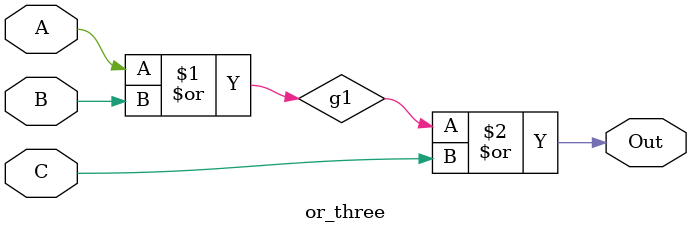
<source format=v>
`timescale 1ns/10ps
module or_three(Out, A, B, C);
output Out;
input A, B, C;
wire g1;

    or z1(g1, A, B);
    or z2(Out, g1, C);

endmodule
</source>
